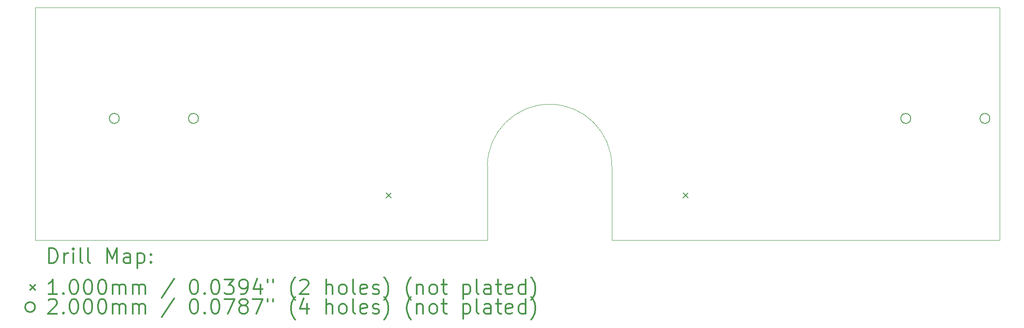
<source format=gbr>
%FSLAX45Y45*%
G04 Gerber Fmt 4.5, Leading zero omitted, Abs format (unit mm)*
G04 Created by KiCad (PCBNEW 5.1.10-6.fc34) date 2021-10-25 15:31:26*
%MOMM*%
%LPD*%
G01*
G04 APERTURE LIST*
%TA.AperFunction,Profile*%
%ADD10C,0.050000*%
%TD*%
%ADD11C,0.200000*%
%ADD12C,0.300000*%
G04 APERTURE END LIST*
D10*
X10665000Y-4736000D02*
G75*
G02*
X13183000Y-4736000I1259000J0D01*
G01*
X13183000Y-6224000D02*
X13183000Y-4736000D01*
X13183000Y-6224000D02*
X21024000Y-6224000D01*
X10665000Y-6224000D02*
X10665000Y-4736000D01*
X21024000Y-1524000D02*
X21024000Y-6224000D01*
X1524000Y-6224000D02*
X10665000Y-6224000D01*
X1524000Y-1524000D02*
X1524000Y-6224000D01*
X1524000Y-1524000D02*
X21024000Y-1524000D01*
D11*
X8620000Y-5274000D02*
X8720000Y-5374000D01*
X8720000Y-5274000D02*
X8620000Y-5374000D01*
X14620000Y-5274000D02*
X14720000Y-5374000D01*
X14720000Y-5274000D02*
X14620000Y-5374000D01*
X3224000Y-3764000D02*
G75*
G03*
X3224000Y-3764000I-100000J0D01*
G01*
X4824000Y-3764000D02*
G75*
G03*
X4824000Y-3764000I-100000J0D01*
G01*
X19224000Y-3764000D02*
G75*
G03*
X19224000Y-3764000I-100000J0D01*
G01*
X20824000Y-3764000D02*
G75*
G03*
X20824000Y-3764000I-100000J0D01*
G01*
D12*
X1807928Y-6692214D02*
X1807928Y-6392214D01*
X1879357Y-6392214D01*
X1922214Y-6406500D01*
X1950786Y-6435071D01*
X1965071Y-6463643D01*
X1979357Y-6520786D01*
X1979357Y-6563643D01*
X1965071Y-6620786D01*
X1950786Y-6649357D01*
X1922214Y-6677929D01*
X1879357Y-6692214D01*
X1807928Y-6692214D01*
X2107928Y-6692214D02*
X2107928Y-6492214D01*
X2107928Y-6549357D02*
X2122214Y-6520786D01*
X2136500Y-6506500D01*
X2165071Y-6492214D01*
X2193643Y-6492214D01*
X2293643Y-6692214D02*
X2293643Y-6492214D01*
X2293643Y-6392214D02*
X2279357Y-6406500D01*
X2293643Y-6420786D01*
X2307928Y-6406500D01*
X2293643Y-6392214D01*
X2293643Y-6420786D01*
X2479357Y-6692214D02*
X2450786Y-6677929D01*
X2436500Y-6649357D01*
X2436500Y-6392214D01*
X2636500Y-6692214D02*
X2607928Y-6677929D01*
X2593643Y-6649357D01*
X2593643Y-6392214D01*
X2979357Y-6692214D02*
X2979357Y-6392214D01*
X3079357Y-6606500D01*
X3179357Y-6392214D01*
X3179357Y-6692214D01*
X3450786Y-6692214D02*
X3450786Y-6535071D01*
X3436500Y-6506500D01*
X3407928Y-6492214D01*
X3350786Y-6492214D01*
X3322214Y-6506500D01*
X3450786Y-6677929D02*
X3422214Y-6692214D01*
X3350786Y-6692214D01*
X3322214Y-6677929D01*
X3307928Y-6649357D01*
X3307928Y-6620786D01*
X3322214Y-6592214D01*
X3350786Y-6577929D01*
X3422214Y-6577929D01*
X3450786Y-6563643D01*
X3593643Y-6492214D02*
X3593643Y-6792214D01*
X3593643Y-6506500D02*
X3622214Y-6492214D01*
X3679357Y-6492214D01*
X3707928Y-6506500D01*
X3722214Y-6520786D01*
X3736500Y-6549357D01*
X3736500Y-6635071D01*
X3722214Y-6663643D01*
X3707928Y-6677929D01*
X3679357Y-6692214D01*
X3622214Y-6692214D01*
X3593643Y-6677929D01*
X3865071Y-6663643D02*
X3879357Y-6677929D01*
X3865071Y-6692214D01*
X3850786Y-6677929D01*
X3865071Y-6663643D01*
X3865071Y-6692214D01*
X3865071Y-6506500D02*
X3879357Y-6520786D01*
X3865071Y-6535071D01*
X3850786Y-6520786D01*
X3865071Y-6506500D01*
X3865071Y-6535071D01*
X1421500Y-7136500D02*
X1521500Y-7236500D01*
X1521500Y-7136500D02*
X1421500Y-7236500D01*
X1965071Y-7322214D02*
X1793643Y-7322214D01*
X1879357Y-7322214D02*
X1879357Y-7022214D01*
X1850786Y-7065071D01*
X1822214Y-7093643D01*
X1793643Y-7107929D01*
X2093643Y-7293643D02*
X2107928Y-7307929D01*
X2093643Y-7322214D01*
X2079357Y-7307929D01*
X2093643Y-7293643D01*
X2093643Y-7322214D01*
X2293643Y-7022214D02*
X2322214Y-7022214D01*
X2350786Y-7036500D01*
X2365071Y-7050786D01*
X2379357Y-7079357D01*
X2393643Y-7136500D01*
X2393643Y-7207929D01*
X2379357Y-7265071D01*
X2365071Y-7293643D01*
X2350786Y-7307929D01*
X2322214Y-7322214D01*
X2293643Y-7322214D01*
X2265071Y-7307929D01*
X2250786Y-7293643D01*
X2236500Y-7265071D01*
X2222214Y-7207929D01*
X2222214Y-7136500D01*
X2236500Y-7079357D01*
X2250786Y-7050786D01*
X2265071Y-7036500D01*
X2293643Y-7022214D01*
X2579357Y-7022214D02*
X2607928Y-7022214D01*
X2636500Y-7036500D01*
X2650786Y-7050786D01*
X2665071Y-7079357D01*
X2679357Y-7136500D01*
X2679357Y-7207929D01*
X2665071Y-7265071D01*
X2650786Y-7293643D01*
X2636500Y-7307929D01*
X2607928Y-7322214D01*
X2579357Y-7322214D01*
X2550786Y-7307929D01*
X2536500Y-7293643D01*
X2522214Y-7265071D01*
X2507928Y-7207929D01*
X2507928Y-7136500D01*
X2522214Y-7079357D01*
X2536500Y-7050786D01*
X2550786Y-7036500D01*
X2579357Y-7022214D01*
X2865071Y-7022214D02*
X2893643Y-7022214D01*
X2922214Y-7036500D01*
X2936500Y-7050786D01*
X2950786Y-7079357D01*
X2965071Y-7136500D01*
X2965071Y-7207929D01*
X2950786Y-7265071D01*
X2936500Y-7293643D01*
X2922214Y-7307929D01*
X2893643Y-7322214D01*
X2865071Y-7322214D01*
X2836500Y-7307929D01*
X2822214Y-7293643D01*
X2807928Y-7265071D01*
X2793643Y-7207929D01*
X2793643Y-7136500D01*
X2807928Y-7079357D01*
X2822214Y-7050786D01*
X2836500Y-7036500D01*
X2865071Y-7022214D01*
X3093643Y-7322214D02*
X3093643Y-7122214D01*
X3093643Y-7150786D02*
X3107928Y-7136500D01*
X3136500Y-7122214D01*
X3179357Y-7122214D01*
X3207928Y-7136500D01*
X3222214Y-7165071D01*
X3222214Y-7322214D01*
X3222214Y-7165071D02*
X3236500Y-7136500D01*
X3265071Y-7122214D01*
X3307928Y-7122214D01*
X3336500Y-7136500D01*
X3350786Y-7165071D01*
X3350786Y-7322214D01*
X3493643Y-7322214D02*
X3493643Y-7122214D01*
X3493643Y-7150786D02*
X3507928Y-7136500D01*
X3536500Y-7122214D01*
X3579357Y-7122214D01*
X3607928Y-7136500D01*
X3622214Y-7165071D01*
X3622214Y-7322214D01*
X3622214Y-7165071D02*
X3636500Y-7136500D01*
X3665071Y-7122214D01*
X3707928Y-7122214D01*
X3736500Y-7136500D01*
X3750786Y-7165071D01*
X3750786Y-7322214D01*
X4336500Y-7007929D02*
X4079357Y-7393643D01*
X4722214Y-7022214D02*
X4750786Y-7022214D01*
X4779357Y-7036500D01*
X4793643Y-7050786D01*
X4807928Y-7079357D01*
X4822214Y-7136500D01*
X4822214Y-7207929D01*
X4807928Y-7265071D01*
X4793643Y-7293643D01*
X4779357Y-7307929D01*
X4750786Y-7322214D01*
X4722214Y-7322214D01*
X4693643Y-7307929D01*
X4679357Y-7293643D01*
X4665071Y-7265071D01*
X4650786Y-7207929D01*
X4650786Y-7136500D01*
X4665071Y-7079357D01*
X4679357Y-7050786D01*
X4693643Y-7036500D01*
X4722214Y-7022214D01*
X4950786Y-7293643D02*
X4965071Y-7307929D01*
X4950786Y-7322214D01*
X4936500Y-7307929D01*
X4950786Y-7293643D01*
X4950786Y-7322214D01*
X5150786Y-7022214D02*
X5179357Y-7022214D01*
X5207928Y-7036500D01*
X5222214Y-7050786D01*
X5236500Y-7079357D01*
X5250786Y-7136500D01*
X5250786Y-7207929D01*
X5236500Y-7265071D01*
X5222214Y-7293643D01*
X5207928Y-7307929D01*
X5179357Y-7322214D01*
X5150786Y-7322214D01*
X5122214Y-7307929D01*
X5107928Y-7293643D01*
X5093643Y-7265071D01*
X5079357Y-7207929D01*
X5079357Y-7136500D01*
X5093643Y-7079357D01*
X5107928Y-7050786D01*
X5122214Y-7036500D01*
X5150786Y-7022214D01*
X5350786Y-7022214D02*
X5536500Y-7022214D01*
X5436500Y-7136500D01*
X5479357Y-7136500D01*
X5507928Y-7150786D01*
X5522214Y-7165071D01*
X5536500Y-7193643D01*
X5536500Y-7265071D01*
X5522214Y-7293643D01*
X5507928Y-7307929D01*
X5479357Y-7322214D01*
X5393643Y-7322214D01*
X5365071Y-7307929D01*
X5350786Y-7293643D01*
X5679357Y-7322214D02*
X5736500Y-7322214D01*
X5765071Y-7307929D01*
X5779357Y-7293643D01*
X5807928Y-7250786D01*
X5822214Y-7193643D01*
X5822214Y-7079357D01*
X5807928Y-7050786D01*
X5793643Y-7036500D01*
X5765071Y-7022214D01*
X5707928Y-7022214D01*
X5679357Y-7036500D01*
X5665071Y-7050786D01*
X5650786Y-7079357D01*
X5650786Y-7150786D01*
X5665071Y-7179357D01*
X5679357Y-7193643D01*
X5707928Y-7207929D01*
X5765071Y-7207929D01*
X5793643Y-7193643D01*
X5807928Y-7179357D01*
X5822214Y-7150786D01*
X6079357Y-7122214D02*
X6079357Y-7322214D01*
X6007928Y-7007929D02*
X5936500Y-7222214D01*
X6122214Y-7222214D01*
X6222214Y-7022214D02*
X6222214Y-7079357D01*
X6336500Y-7022214D02*
X6336500Y-7079357D01*
X6779357Y-7436500D02*
X6765071Y-7422214D01*
X6736500Y-7379357D01*
X6722214Y-7350786D01*
X6707928Y-7307929D01*
X6693643Y-7236500D01*
X6693643Y-7179357D01*
X6707928Y-7107929D01*
X6722214Y-7065071D01*
X6736500Y-7036500D01*
X6765071Y-6993643D01*
X6779357Y-6979357D01*
X6879357Y-7050786D02*
X6893643Y-7036500D01*
X6922214Y-7022214D01*
X6993643Y-7022214D01*
X7022214Y-7036500D01*
X7036500Y-7050786D01*
X7050786Y-7079357D01*
X7050786Y-7107929D01*
X7036500Y-7150786D01*
X6865071Y-7322214D01*
X7050786Y-7322214D01*
X7407928Y-7322214D02*
X7407928Y-7022214D01*
X7536500Y-7322214D02*
X7536500Y-7165071D01*
X7522214Y-7136500D01*
X7493643Y-7122214D01*
X7450786Y-7122214D01*
X7422214Y-7136500D01*
X7407928Y-7150786D01*
X7722214Y-7322214D02*
X7693643Y-7307929D01*
X7679357Y-7293643D01*
X7665071Y-7265071D01*
X7665071Y-7179357D01*
X7679357Y-7150786D01*
X7693643Y-7136500D01*
X7722214Y-7122214D01*
X7765071Y-7122214D01*
X7793643Y-7136500D01*
X7807928Y-7150786D01*
X7822214Y-7179357D01*
X7822214Y-7265071D01*
X7807928Y-7293643D01*
X7793643Y-7307929D01*
X7765071Y-7322214D01*
X7722214Y-7322214D01*
X7993643Y-7322214D02*
X7965071Y-7307929D01*
X7950786Y-7279357D01*
X7950786Y-7022214D01*
X8222214Y-7307929D02*
X8193643Y-7322214D01*
X8136500Y-7322214D01*
X8107928Y-7307929D01*
X8093643Y-7279357D01*
X8093643Y-7165071D01*
X8107928Y-7136500D01*
X8136500Y-7122214D01*
X8193643Y-7122214D01*
X8222214Y-7136500D01*
X8236500Y-7165071D01*
X8236500Y-7193643D01*
X8093643Y-7222214D01*
X8350786Y-7307929D02*
X8379357Y-7322214D01*
X8436500Y-7322214D01*
X8465071Y-7307929D01*
X8479357Y-7279357D01*
X8479357Y-7265071D01*
X8465071Y-7236500D01*
X8436500Y-7222214D01*
X8393643Y-7222214D01*
X8365071Y-7207929D01*
X8350786Y-7179357D01*
X8350786Y-7165071D01*
X8365071Y-7136500D01*
X8393643Y-7122214D01*
X8436500Y-7122214D01*
X8465071Y-7136500D01*
X8579357Y-7436500D02*
X8593643Y-7422214D01*
X8622214Y-7379357D01*
X8636500Y-7350786D01*
X8650786Y-7307929D01*
X8665071Y-7236500D01*
X8665071Y-7179357D01*
X8650786Y-7107929D01*
X8636500Y-7065071D01*
X8622214Y-7036500D01*
X8593643Y-6993643D01*
X8579357Y-6979357D01*
X9122214Y-7436500D02*
X9107928Y-7422214D01*
X9079357Y-7379357D01*
X9065071Y-7350786D01*
X9050786Y-7307929D01*
X9036500Y-7236500D01*
X9036500Y-7179357D01*
X9050786Y-7107929D01*
X9065071Y-7065071D01*
X9079357Y-7036500D01*
X9107928Y-6993643D01*
X9122214Y-6979357D01*
X9236500Y-7122214D02*
X9236500Y-7322214D01*
X9236500Y-7150786D02*
X9250786Y-7136500D01*
X9279357Y-7122214D01*
X9322214Y-7122214D01*
X9350786Y-7136500D01*
X9365071Y-7165071D01*
X9365071Y-7322214D01*
X9550786Y-7322214D02*
X9522214Y-7307929D01*
X9507928Y-7293643D01*
X9493643Y-7265071D01*
X9493643Y-7179357D01*
X9507928Y-7150786D01*
X9522214Y-7136500D01*
X9550786Y-7122214D01*
X9593643Y-7122214D01*
X9622214Y-7136500D01*
X9636500Y-7150786D01*
X9650786Y-7179357D01*
X9650786Y-7265071D01*
X9636500Y-7293643D01*
X9622214Y-7307929D01*
X9593643Y-7322214D01*
X9550786Y-7322214D01*
X9736500Y-7122214D02*
X9850786Y-7122214D01*
X9779357Y-7022214D02*
X9779357Y-7279357D01*
X9793643Y-7307929D01*
X9822214Y-7322214D01*
X9850786Y-7322214D01*
X10179357Y-7122214D02*
X10179357Y-7422214D01*
X10179357Y-7136500D02*
X10207928Y-7122214D01*
X10265071Y-7122214D01*
X10293643Y-7136500D01*
X10307928Y-7150786D01*
X10322214Y-7179357D01*
X10322214Y-7265071D01*
X10307928Y-7293643D01*
X10293643Y-7307929D01*
X10265071Y-7322214D01*
X10207928Y-7322214D01*
X10179357Y-7307929D01*
X10493643Y-7322214D02*
X10465071Y-7307929D01*
X10450786Y-7279357D01*
X10450786Y-7022214D01*
X10736500Y-7322214D02*
X10736500Y-7165071D01*
X10722214Y-7136500D01*
X10693643Y-7122214D01*
X10636500Y-7122214D01*
X10607928Y-7136500D01*
X10736500Y-7307929D02*
X10707928Y-7322214D01*
X10636500Y-7322214D01*
X10607928Y-7307929D01*
X10593643Y-7279357D01*
X10593643Y-7250786D01*
X10607928Y-7222214D01*
X10636500Y-7207929D01*
X10707928Y-7207929D01*
X10736500Y-7193643D01*
X10836500Y-7122214D02*
X10950786Y-7122214D01*
X10879357Y-7022214D02*
X10879357Y-7279357D01*
X10893643Y-7307929D01*
X10922214Y-7322214D01*
X10950786Y-7322214D01*
X11165071Y-7307929D02*
X11136500Y-7322214D01*
X11079357Y-7322214D01*
X11050786Y-7307929D01*
X11036500Y-7279357D01*
X11036500Y-7165071D01*
X11050786Y-7136500D01*
X11079357Y-7122214D01*
X11136500Y-7122214D01*
X11165071Y-7136500D01*
X11179357Y-7165071D01*
X11179357Y-7193643D01*
X11036500Y-7222214D01*
X11436500Y-7322214D02*
X11436500Y-7022214D01*
X11436500Y-7307929D02*
X11407928Y-7322214D01*
X11350786Y-7322214D01*
X11322214Y-7307929D01*
X11307928Y-7293643D01*
X11293643Y-7265071D01*
X11293643Y-7179357D01*
X11307928Y-7150786D01*
X11322214Y-7136500D01*
X11350786Y-7122214D01*
X11407928Y-7122214D01*
X11436500Y-7136500D01*
X11550786Y-7436500D02*
X11565071Y-7422214D01*
X11593643Y-7379357D01*
X11607928Y-7350786D01*
X11622214Y-7307929D01*
X11636500Y-7236500D01*
X11636500Y-7179357D01*
X11622214Y-7107929D01*
X11607928Y-7065071D01*
X11593643Y-7036500D01*
X11565071Y-6993643D01*
X11550786Y-6979357D01*
X1521500Y-7582500D02*
G75*
G03*
X1521500Y-7582500I-100000J0D01*
G01*
X1793643Y-7446786D02*
X1807928Y-7432500D01*
X1836500Y-7418214D01*
X1907928Y-7418214D01*
X1936500Y-7432500D01*
X1950786Y-7446786D01*
X1965071Y-7475357D01*
X1965071Y-7503929D01*
X1950786Y-7546786D01*
X1779357Y-7718214D01*
X1965071Y-7718214D01*
X2093643Y-7689643D02*
X2107928Y-7703929D01*
X2093643Y-7718214D01*
X2079357Y-7703929D01*
X2093643Y-7689643D01*
X2093643Y-7718214D01*
X2293643Y-7418214D02*
X2322214Y-7418214D01*
X2350786Y-7432500D01*
X2365071Y-7446786D01*
X2379357Y-7475357D01*
X2393643Y-7532500D01*
X2393643Y-7603929D01*
X2379357Y-7661071D01*
X2365071Y-7689643D01*
X2350786Y-7703929D01*
X2322214Y-7718214D01*
X2293643Y-7718214D01*
X2265071Y-7703929D01*
X2250786Y-7689643D01*
X2236500Y-7661071D01*
X2222214Y-7603929D01*
X2222214Y-7532500D01*
X2236500Y-7475357D01*
X2250786Y-7446786D01*
X2265071Y-7432500D01*
X2293643Y-7418214D01*
X2579357Y-7418214D02*
X2607928Y-7418214D01*
X2636500Y-7432500D01*
X2650786Y-7446786D01*
X2665071Y-7475357D01*
X2679357Y-7532500D01*
X2679357Y-7603929D01*
X2665071Y-7661071D01*
X2650786Y-7689643D01*
X2636500Y-7703929D01*
X2607928Y-7718214D01*
X2579357Y-7718214D01*
X2550786Y-7703929D01*
X2536500Y-7689643D01*
X2522214Y-7661071D01*
X2507928Y-7603929D01*
X2507928Y-7532500D01*
X2522214Y-7475357D01*
X2536500Y-7446786D01*
X2550786Y-7432500D01*
X2579357Y-7418214D01*
X2865071Y-7418214D02*
X2893643Y-7418214D01*
X2922214Y-7432500D01*
X2936500Y-7446786D01*
X2950786Y-7475357D01*
X2965071Y-7532500D01*
X2965071Y-7603929D01*
X2950786Y-7661071D01*
X2936500Y-7689643D01*
X2922214Y-7703929D01*
X2893643Y-7718214D01*
X2865071Y-7718214D01*
X2836500Y-7703929D01*
X2822214Y-7689643D01*
X2807928Y-7661071D01*
X2793643Y-7603929D01*
X2793643Y-7532500D01*
X2807928Y-7475357D01*
X2822214Y-7446786D01*
X2836500Y-7432500D01*
X2865071Y-7418214D01*
X3093643Y-7718214D02*
X3093643Y-7518214D01*
X3093643Y-7546786D02*
X3107928Y-7532500D01*
X3136500Y-7518214D01*
X3179357Y-7518214D01*
X3207928Y-7532500D01*
X3222214Y-7561071D01*
X3222214Y-7718214D01*
X3222214Y-7561071D02*
X3236500Y-7532500D01*
X3265071Y-7518214D01*
X3307928Y-7518214D01*
X3336500Y-7532500D01*
X3350786Y-7561071D01*
X3350786Y-7718214D01*
X3493643Y-7718214D02*
X3493643Y-7518214D01*
X3493643Y-7546786D02*
X3507928Y-7532500D01*
X3536500Y-7518214D01*
X3579357Y-7518214D01*
X3607928Y-7532500D01*
X3622214Y-7561071D01*
X3622214Y-7718214D01*
X3622214Y-7561071D02*
X3636500Y-7532500D01*
X3665071Y-7518214D01*
X3707928Y-7518214D01*
X3736500Y-7532500D01*
X3750786Y-7561071D01*
X3750786Y-7718214D01*
X4336500Y-7403929D02*
X4079357Y-7789643D01*
X4722214Y-7418214D02*
X4750786Y-7418214D01*
X4779357Y-7432500D01*
X4793643Y-7446786D01*
X4807928Y-7475357D01*
X4822214Y-7532500D01*
X4822214Y-7603929D01*
X4807928Y-7661071D01*
X4793643Y-7689643D01*
X4779357Y-7703929D01*
X4750786Y-7718214D01*
X4722214Y-7718214D01*
X4693643Y-7703929D01*
X4679357Y-7689643D01*
X4665071Y-7661071D01*
X4650786Y-7603929D01*
X4650786Y-7532500D01*
X4665071Y-7475357D01*
X4679357Y-7446786D01*
X4693643Y-7432500D01*
X4722214Y-7418214D01*
X4950786Y-7689643D02*
X4965071Y-7703929D01*
X4950786Y-7718214D01*
X4936500Y-7703929D01*
X4950786Y-7689643D01*
X4950786Y-7718214D01*
X5150786Y-7418214D02*
X5179357Y-7418214D01*
X5207928Y-7432500D01*
X5222214Y-7446786D01*
X5236500Y-7475357D01*
X5250786Y-7532500D01*
X5250786Y-7603929D01*
X5236500Y-7661071D01*
X5222214Y-7689643D01*
X5207928Y-7703929D01*
X5179357Y-7718214D01*
X5150786Y-7718214D01*
X5122214Y-7703929D01*
X5107928Y-7689643D01*
X5093643Y-7661071D01*
X5079357Y-7603929D01*
X5079357Y-7532500D01*
X5093643Y-7475357D01*
X5107928Y-7446786D01*
X5122214Y-7432500D01*
X5150786Y-7418214D01*
X5350786Y-7418214D02*
X5550786Y-7418214D01*
X5422214Y-7718214D01*
X5707928Y-7546786D02*
X5679357Y-7532500D01*
X5665071Y-7518214D01*
X5650786Y-7489643D01*
X5650786Y-7475357D01*
X5665071Y-7446786D01*
X5679357Y-7432500D01*
X5707928Y-7418214D01*
X5765071Y-7418214D01*
X5793643Y-7432500D01*
X5807928Y-7446786D01*
X5822214Y-7475357D01*
X5822214Y-7489643D01*
X5807928Y-7518214D01*
X5793643Y-7532500D01*
X5765071Y-7546786D01*
X5707928Y-7546786D01*
X5679357Y-7561071D01*
X5665071Y-7575357D01*
X5650786Y-7603929D01*
X5650786Y-7661071D01*
X5665071Y-7689643D01*
X5679357Y-7703929D01*
X5707928Y-7718214D01*
X5765071Y-7718214D01*
X5793643Y-7703929D01*
X5807928Y-7689643D01*
X5822214Y-7661071D01*
X5822214Y-7603929D01*
X5807928Y-7575357D01*
X5793643Y-7561071D01*
X5765071Y-7546786D01*
X5922214Y-7418214D02*
X6122214Y-7418214D01*
X5993643Y-7718214D01*
X6222214Y-7418214D02*
X6222214Y-7475357D01*
X6336500Y-7418214D02*
X6336500Y-7475357D01*
X6779357Y-7832500D02*
X6765071Y-7818214D01*
X6736500Y-7775357D01*
X6722214Y-7746786D01*
X6707928Y-7703929D01*
X6693643Y-7632500D01*
X6693643Y-7575357D01*
X6707928Y-7503929D01*
X6722214Y-7461071D01*
X6736500Y-7432500D01*
X6765071Y-7389643D01*
X6779357Y-7375357D01*
X7022214Y-7518214D02*
X7022214Y-7718214D01*
X6950786Y-7403929D02*
X6879357Y-7618214D01*
X7065071Y-7618214D01*
X7407928Y-7718214D02*
X7407928Y-7418214D01*
X7536500Y-7718214D02*
X7536500Y-7561071D01*
X7522214Y-7532500D01*
X7493643Y-7518214D01*
X7450786Y-7518214D01*
X7422214Y-7532500D01*
X7407928Y-7546786D01*
X7722214Y-7718214D02*
X7693643Y-7703929D01*
X7679357Y-7689643D01*
X7665071Y-7661071D01*
X7665071Y-7575357D01*
X7679357Y-7546786D01*
X7693643Y-7532500D01*
X7722214Y-7518214D01*
X7765071Y-7518214D01*
X7793643Y-7532500D01*
X7807928Y-7546786D01*
X7822214Y-7575357D01*
X7822214Y-7661071D01*
X7807928Y-7689643D01*
X7793643Y-7703929D01*
X7765071Y-7718214D01*
X7722214Y-7718214D01*
X7993643Y-7718214D02*
X7965071Y-7703929D01*
X7950786Y-7675357D01*
X7950786Y-7418214D01*
X8222214Y-7703929D02*
X8193643Y-7718214D01*
X8136500Y-7718214D01*
X8107928Y-7703929D01*
X8093643Y-7675357D01*
X8093643Y-7561071D01*
X8107928Y-7532500D01*
X8136500Y-7518214D01*
X8193643Y-7518214D01*
X8222214Y-7532500D01*
X8236500Y-7561071D01*
X8236500Y-7589643D01*
X8093643Y-7618214D01*
X8350786Y-7703929D02*
X8379357Y-7718214D01*
X8436500Y-7718214D01*
X8465071Y-7703929D01*
X8479357Y-7675357D01*
X8479357Y-7661071D01*
X8465071Y-7632500D01*
X8436500Y-7618214D01*
X8393643Y-7618214D01*
X8365071Y-7603929D01*
X8350786Y-7575357D01*
X8350786Y-7561071D01*
X8365071Y-7532500D01*
X8393643Y-7518214D01*
X8436500Y-7518214D01*
X8465071Y-7532500D01*
X8579357Y-7832500D02*
X8593643Y-7818214D01*
X8622214Y-7775357D01*
X8636500Y-7746786D01*
X8650786Y-7703929D01*
X8665071Y-7632500D01*
X8665071Y-7575357D01*
X8650786Y-7503929D01*
X8636500Y-7461071D01*
X8622214Y-7432500D01*
X8593643Y-7389643D01*
X8579357Y-7375357D01*
X9122214Y-7832500D02*
X9107928Y-7818214D01*
X9079357Y-7775357D01*
X9065071Y-7746786D01*
X9050786Y-7703929D01*
X9036500Y-7632500D01*
X9036500Y-7575357D01*
X9050786Y-7503929D01*
X9065071Y-7461071D01*
X9079357Y-7432500D01*
X9107928Y-7389643D01*
X9122214Y-7375357D01*
X9236500Y-7518214D02*
X9236500Y-7718214D01*
X9236500Y-7546786D02*
X9250786Y-7532500D01*
X9279357Y-7518214D01*
X9322214Y-7518214D01*
X9350786Y-7532500D01*
X9365071Y-7561071D01*
X9365071Y-7718214D01*
X9550786Y-7718214D02*
X9522214Y-7703929D01*
X9507928Y-7689643D01*
X9493643Y-7661071D01*
X9493643Y-7575357D01*
X9507928Y-7546786D01*
X9522214Y-7532500D01*
X9550786Y-7518214D01*
X9593643Y-7518214D01*
X9622214Y-7532500D01*
X9636500Y-7546786D01*
X9650786Y-7575357D01*
X9650786Y-7661071D01*
X9636500Y-7689643D01*
X9622214Y-7703929D01*
X9593643Y-7718214D01*
X9550786Y-7718214D01*
X9736500Y-7518214D02*
X9850786Y-7518214D01*
X9779357Y-7418214D02*
X9779357Y-7675357D01*
X9793643Y-7703929D01*
X9822214Y-7718214D01*
X9850786Y-7718214D01*
X10179357Y-7518214D02*
X10179357Y-7818214D01*
X10179357Y-7532500D02*
X10207928Y-7518214D01*
X10265071Y-7518214D01*
X10293643Y-7532500D01*
X10307928Y-7546786D01*
X10322214Y-7575357D01*
X10322214Y-7661071D01*
X10307928Y-7689643D01*
X10293643Y-7703929D01*
X10265071Y-7718214D01*
X10207928Y-7718214D01*
X10179357Y-7703929D01*
X10493643Y-7718214D02*
X10465071Y-7703929D01*
X10450786Y-7675357D01*
X10450786Y-7418214D01*
X10736500Y-7718214D02*
X10736500Y-7561071D01*
X10722214Y-7532500D01*
X10693643Y-7518214D01*
X10636500Y-7518214D01*
X10607928Y-7532500D01*
X10736500Y-7703929D02*
X10707928Y-7718214D01*
X10636500Y-7718214D01*
X10607928Y-7703929D01*
X10593643Y-7675357D01*
X10593643Y-7646786D01*
X10607928Y-7618214D01*
X10636500Y-7603929D01*
X10707928Y-7603929D01*
X10736500Y-7589643D01*
X10836500Y-7518214D02*
X10950786Y-7518214D01*
X10879357Y-7418214D02*
X10879357Y-7675357D01*
X10893643Y-7703929D01*
X10922214Y-7718214D01*
X10950786Y-7718214D01*
X11165071Y-7703929D02*
X11136500Y-7718214D01*
X11079357Y-7718214D01*
X11050786Y-7703929D01*
X11036500Y-7675357D01*
X11036500Y-7561071D01*
X11050786Y-7532500D01*
X11079357Y-7518214D01*
X11136500Y-7518214D01*
X11165071Y-7532500D01*
X11179357Y-7561071D01*
X11179357Y-7589643D01*
X11036500Y-7618214D01*
X11436500Y-7718214D02*
X11436500Y-7418214D01*
X11436500Y-7703929D02*
X11407928Y-7718214D01*
X11350786Y-7718214D01*
X11322214Y-7703929D01*
X11307928Y-7689643D01*
X11293643Y-7661071D01*
X11293643Y-7575357D01*
X11307928Y-7546786D01*
X11322214Y-7532500D01*
X11350786Y-7518214D01*
X11407928Y-7518214D01*
X11436500Y-7532500D01*
X11550786Y-7832500D02*
X11565071Y-7818214D01*
X11593643Y-7775357D01*
X11607928Y-7746786D01*
X11622214Y-7703929D01*
X11636500Y-7632500D01*
X11636500Y-7575357D01*
X11622214Y-7503929D01*
X11607928Y-7461071D01*
X11593643Y-7432500D01*
X11565071Y-7389643D01*
X11550786Y-7375357D01*
M02*

</source>
